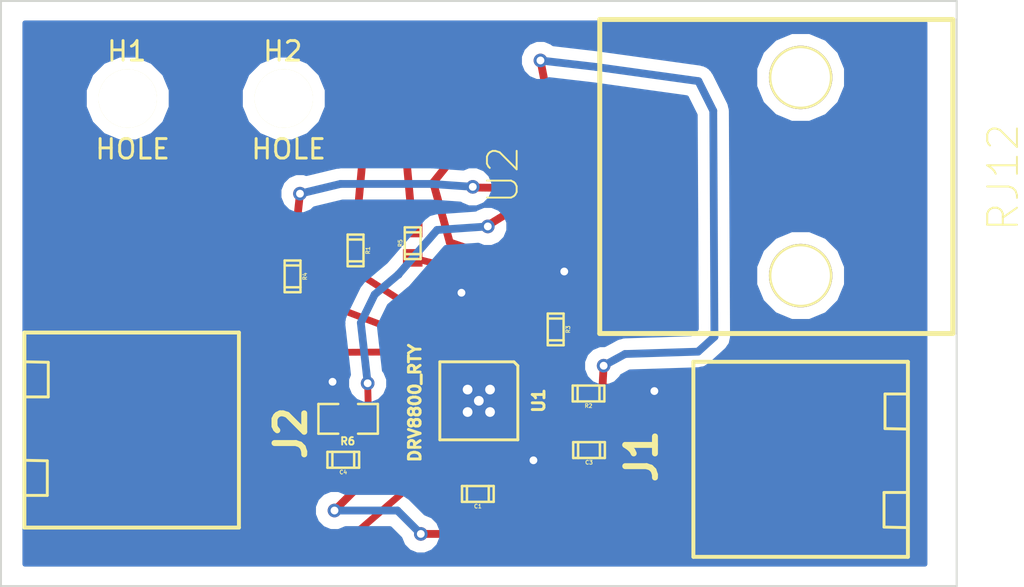
<source format=kicad_pcb>
(kicad_pcb (version 3) (host pcbnew "(2013-08-24 BZR 4298)-stable")

  (general
    (links 32)
    (no_connects 0)
    (area 110.58676 80.949999 165.90153 114.9108)
    (thickness 1.6)
    (drawings 5)
    (tracks 130)
    (zones 0)
    (modules 15)
    (nets 18)
  )

  (page A)
  (layers
    (15 F.Cu signal)
    (0 B.Cu signal)
    (16 B.Adhes user)
    (17 F.Adhes user)
    (18 B.Paste user)
    (19 F.Paste user)
    (20 B.SilkS user)
    (21 F.SilkS user)
    (22 B.Mask user)
    (23 F.Mask user)
    (24 Dwgs.User user)
    (25 Cmts.User user)
    (26 Eco1.User user)
    (27 Eco2.User user)
    (28 Edge.Cuts user)
  )

  (setup
    (last_trace_width 0.25)
    (user_trace_width 0.2)
    (user_trace_width 0.25)
    (user_trace_width 0.3)
    (user_trace_width 0.35)
    (user_trace_width 0.4)
    (user_trace_width 0.5)
    (user_trace_width 0.6)
    (user_trace_width 0.7)
    (user_trace_width 0.8)
    (user_trace_width 0.9)
    (user_trace_width 1)
    (user_trace_width 2)
    (trace_clearance 0.2)
    (zone_clearance 0.6)
    (zone_45_only no)
    (trace_min 0.1)
    (segment_width 0.2)
    (edge_width 0.1)
    (via_size 0.7)
    (via_drill 0.4)
    (via_min_size 0.7)
    (via_min_drill 0.4)
    (uvia_size 0.4)
    (uvia_drill 0.127)
    (uvias_allowed no)
    (uvia_min_size 0.4)
    (uvia_min_drill 0.127)
    (pcb_text_width 0.3)
    (pcb_text_size 1.5 1.5)
    (mod_edge_width 0.15)
    (mod_text_size 1 1)
    (mod_text_width 0.15)
    (pad_size 2.3 5.6)
    (pad_drill 0)
    (pad_to_mask_clearance 0)
    (aux_axis_origin 0 0)
    (visible_elements 7FFFFFFF)
    (pcbplotparams
      (layerselection 271613953)
      (usegerberextensions false)
      (excludeedgelayer true)
      (linewidth 0.150000)
      (plotframeref false)
      (viasonmask false)
      (mode 1)
      (useauxorigin false)
      (hpglpennumber 1)
      (hpglpenspeed 20)
      (hpglpendiameter 15)
      (hpglpenoverlay 2)
      (psnegative false)
      (psa4output false)
      (plotreference true)
      (plotvalue true)
      (plotothertext true)
      (plotinvisibletext false)
      (padsonsilk false)
      (subtractmaskfromsilk false)
      (outputformat 2)
      (mirror false)
      (drillshape 0)
      (scaleselection 1)
      (outputdirectory ""))
  )

  (net 0 "")
  (net 1 CS)
  (net 2 GND)
  (net 3 MODE)
  (net 4 Motor1OutA)
  (net 5 Motor1OutB)
  (net 6 N-0000014)
  (net 7 N-0000015)
  (net 8 N-0000019)
  (net 9 N-000002)
  (net 10 N-000003)
  (net 11 N-000006)
  (net 12 N-000007)
  (net 13 N-000009)
  (net 14 PHASE)
  (net 15 PWM)
  (net 16 VDD)
  (net 17 Vin)

  (net_class Default "This is the default net class."
    (clearance 0.2)
    (trace_width 0.25)
    (via_dia 0.7)
    (via_drill 0.4)
    (uvia_dia 0.4)
    (uvia_drill 0.127)
    (add_net "")
    (add_net CS)
    (add_net GND)
    (add_net MODE)
    (add_net Motor1OutA)
    (add_net Motor1OutB)
    (add_net N-0000014)
    (add_net N-0000015)
    (add_net N-0000019)
    (add_net N-000002)
    (add_net N-000003)
    (add_net N-000006)
    (add_net N-000007)
    (add_net N-000009)
    (add_net PHASE)
    (add_net PWM)
    (add_net VDD)
    (add_net Vin)
  )

  (module TED_SM0603 (layer F.Cu) (tedit 527731CB) (tstamp 537EB075)
    (at 141.94 97.84 270)
    (descr "SMT capacitor, 0603")
    (path /5260A766)
    (fp_text reference R3 (at 0 -0.635 270) (layer F.SilkS)
      (effects (font (size 0.20066 0.20066) (thickness 0.04064)))
    )
    (fp_text value 1k (at 0 0.635 270) (layer F.SilkS) hide
      (effects (font (size 0.20066 0.20066) (thickness 0.04064)))
    )
    (fp_line (start 0.5588 0.4064) (end 0.5588 -0.4064) (layer F.SilkS) (width 0.127))
    (fp_line (start -0.5588 -0.381) (end -0.5588 0.4064) (layer F.SilkS) (width 0.127))
    (fp_line (start -0.8128 -0.4064) (end 0.8128 -0.4064) (layer F.SilkS) (width 0.127))
    (fp_line (start 0.8128 -0.4064) (end 0.8128 0.4064) (layer F.SilkS) (width 0.127))
    (fp_line (start 0.8128 0.4064) (end -0.8128 0.4064) (layer F.SilkS) (width 0.127))
    (fp_line (start -0.8128 0.4064) (end -0.8128 -0.4064) (layer F.SilkS) (width 0.127))
    (pad 2 smd rect (at 0.75184 0 270) (size 0.89916 1.00076)
      (layers F.Cu F.Paste F.Mask)
      (net 3 MODE)
      (clearance 0.1)
    )
    (pad 1 smd rect (at -0.75184 0 270) (size 0.89916 1.00076)
      (layers F.Cu F.Paste F.Mask)
      (net 8 N-0000019)
      (clearance 0.1)
    )
    (model smd/capacitors/c_0603.wrl
      (at (xyz 0 0 0))
      (scale (xyz 1 1 1))
      (rotate (xyz 0 0 0))
    )
  )

  (module TED_SM0603 (layer F.Cu) (tedit 527731CB) (tstamp 537EB081)
    (at 134.61 93.42 90)
    (descr "SMT capacitor, 0603")
    (path /5260A77F)
    (fp_text reference R5 (at 0 -0.635 90) (layer F.SilkS)
      (effects (font (size 0.20066 0.20066) (thickness 0.04064)))
    )
    (fp_text value 1k (at 0 0.635 90) (layer F.SilkS) hide
      (effects (font (size 0.20066 0.20066) (thickness 0.04064)))
    )
    (fp_line (start 0.5588 0.4064) (end 0.5588 -0.4064) (layer F.SilkS) (width 0.127))
    (fp_line (start -0.5588 -0.381) (end -0.5588 0.4064) (layer F.SilkS) (width 0.127))
    (fp_line (start -0.8128 -0.4064) (end 0.8128 -0.4064) (layer F.SilkS) (width 0.127))
    (fp_line (start 0.8128 -0.4064) (end 0.8128 0.4064) (layer F.SilkS) (width 0.127))
    (fp_line (start 0.8128 0.4064) (end -0.8128 0.4064) (layer F.SilkS) (width 0.127))
    (fp_line (start -0.8128 0.4064) (end -0.8128 -0.4064) (layer F.SilkS) (width 0.127))
    (pad 2 smd rect (at 0.75184 0 90) (size 0.89916 1.00076)
      (layers F.Cu F.Paste F.Mask)
      (net 6 N-0000014)
      (clearance 0.1)
    )
    (pad 1 smd rect (at -0.75184 0 90) (size 0.89916 1.00076)
      (layers F.Cu F.Paste F.Mask)
      (net 14 PHASE)
      (clearance 0.1)
    )
    (model smd/capacitors/c_0603.wrl
      (at (xyz 0 0 0))
      (scale (xyz 1 1 1))
      (rotate (xyz 0 0 0))
    )
  )

  (module TED_SM0603 (layer F.Cu) (tedit 527731CB) (tstamp 537EB08D)
    (at 128.45 95.12 270)
    (descr "SMT capacitor, 0603")
    (path /5260A785)
    (fp_text reference R4 (at 0 -0.635 270) (layer F.SilkS)
      (effects (font (size 0.20066 0.20066) (thickness 0.04064)))
    )
    (fp_text value 1k (at 0 0.635 270) (layer F.SilkS) hide
      (effects (font (size 0.20066 0.20066) (thickness 0.04064)))
    )
    (fp_line (start 0.5588 0.4064) (end 0.5588 -0.4064) (layer F.SilkS) (width 0.127))
    (fp_line (start -0.5588 -0.381) (end -0.5588 0.4064) (layer F.SilkS) (width 0.127))
    (fp_line (start -0.8128 -0.4064) (end 0.8128 -0.4064) (layer F.SilkS) (width 0.127))
    (fp_line (start 0.8128 -0.4064) (end 0.8128 0.4064) (layer F.SilkS) (width 0.127))
    (fp_line (start 0.8128 0.4064) (end -0.8128 0.4064) (layer F.SilkS) (width 0.127))
    (fp_line (start -0.8128 0.4064) (end -0.8128 -0.4064) (layer F.SilkS) (width 0.127))
    (pad 2 smd rect (at 0.75184 0 270) (size 0.89916 1.00076)
      (layers F.Cu F.Paste F.Mask)
      (net 15 PWM)
      (clearance 0.1)
    )
    (pad 1 smd rect (at -0.75184 0 270) (size 0.89916 1.00076)
      (layers F.Cu F.Paste F.Mask)
      (net 7 N-0000015)
      (clearance 0.1)
    )
    (model smd/capacitors/c_0603.wrl
      (at (xyz 0 0 0))
      (scale (xyz 1 1 1))
      (rotate (xyz 0 0 0))
    )
  )

  (module TED_SM0603 (layer F.Cu) (tedit 527731CB) (tstamp 537EB099)
    (at 137.95 106.275 180)
    (descr "SMT capacitor, 0603")
    (path /532CD1F4)
    (fp_text reference C1 (at 0 -0.635 180) (layer F.SilkS)
      (effects (font (size 0.20066 0.20066) (thickness 0.04064)))
    )
    (fp_text value ".1uF (50v)" (at 0 0.635 180) (layer F.SilkS) hide
      (effects (font (size 0.20066 0.20066) (thickness 0.04064)))
    )
    (fp_line (start 0.5588 0.4064) (end 0.5588 -0.4064) (layer F.SilkS) (width 0.127))
    (fp_line (start -0.5588 -0.381) (end -0.5588 0.4064) (layer F.SilkS) (width 0.127))
    (fp_line (start -0.8128 -0.4064) (end 0.8128 -0.4064) (layer F.SilkS) (width 0.127))
    (fp_line (start 0.8128 -0.4064) (end 0.8128 0.4064) (layer F.SilkS) (width 0.127))
    (fp_line (start 0.8128 0.4064) (end -0.8128 0.4064) (layer F.SilkS) (width 0.127))
    (fp_line (start -0.8128 0.4064) (end -0.8128 -0.4064) (layer F.SilkS) (width 0.127))
    (pad 2 smd rect (at 0.75184 0 180) (size 0.89916 1.00076)
      (layers F.Cu F.Paste F.Mask)
      (net 10 N-000003)
      (clearance 0.1)
    )
    (pad 1 smd rect (at -0.75184 0 180) (size 0.89916 1.00076)
      (layers F.Cu F.Paste F.Mask)
      (net 9 N-000002)
      (clearance 0.1)
    )
    (model smd/capacitors/c_0603.wrl
      (at (xyz 0 0 0))
      (scale (xyz 1 1 1))
      (rotate (xyz 0 0 0))
    )
  )

  (module TED_SM0603 (layer F.Cu) (tedit 527731CB) (tstamp 537EB0B1)
    (at 131.68 93.79 270)
    (descr "SMT capacitor, 0603")
    (path /532CD08D)
    (fp_text reference R1 (at 0 -0.635 270) (layer F.SilkS)
      (effects (font (size 0.20066 0.20066) (thickness 0.04064)))
    )
    (fp_text value 3.3k (at 0 0.635 270) (layer F.SilkS) hide
      (effects (font (size 0.20066 0.20066) (thickness 0.04064)))
    )
    (fp_line (start 0.5588 0.4064) (end 0.5588 -0.4064) (layer F.SilkS) (width 0.127))
    (fp_line (start -0.5588 -0.381) (end -0.5588 0.4064) (layer F.SilkS) (width 0.127))
    (fp_line (start -0.8128 -0.4064) (end 0.8128 -0.4064) (layer F.SilkS) (width 0.127))
    (fp_line (start 0.8128 -0.4064) (end 0.8128 0.4064) (layer F.SilkS) (width 0.127))
    (fp_line (start 0.8128 0.4064) (end -0.8128 0.4064) (layer F.SilkS) (width 0.127))
    (fp_line (start -0.8128 0.4064) (end -0.8128 -0.4064) (layer F.SilkS) (width 0.127))
    (pad 2 smd rect (at 0.75184 0 270) (size 0.89916 1.00076)
      (layers F.Cu F.Paste F.Mask)
      (net 13 N-000009)
      (clearance 0.1)
    )
    (pad 1 smd rect (at -0.75184 0 270) (size 0.89916 1.00076)
      (layers F.Cu F.Paste F.Mask)
      (net 16 VDD)
      (clearance 0.1)
    )
    (model smd/capacitors/c_0603.wrl
      (at (xyz 0 0 0))
      (scale (xyz 1 1 1))
      (rotate (xyz 0 0 0))
    )
  )

  (module TED_SM0603 (layer F.Cu) (tedit 527731CB) (tstamp 537EB0BD)
    (at 143.625 101.125 180)
    (descr "SMT capacitor, 0603")
    (path /532CCFD5)
    (fp_text reference R2 (at 0 -0.635 180) (layer F.SilkS)
      (effects (font (size 0.20066 0.20066) (thickness 0.04064)))
    )
    (fp_text value 3.3k (at 0 0.635 180) (layer F.SilkS) hide
      (effects (font (size 0.20066 0.20066) (thickness 0.04064)))
    )
    (fp_line (start 0.5588 0.4064) (end 0.5588 -0.4064) (layer F.SilkS) (width 0.127))
    (fp_line (start -0.5588 -0.381) (end -0.5588 0.4064) (layer F.SilkS) (width 0.127))
    (fp_line (start -0.8128 -0.4064) (end 0.8128 -0.4064) (layer F.SilkS) (width 0.127))
    (fp_line (start 0.8128 -0.4064) (end 0.8128 0.4064) (layer F.SilkS) (width 0.127))
    (fp_line (start 0.8128 0.4064) (end -0.8128 0.4064) (layer F.SilkS) (width 0.127))
    (fp_line (start -0.8128 0.4064) (end -0.8128 -0.4064) (layer F.SilkS) (width 0.127))
    (pad 2 smd rect (at 0.75184 0 180) (size 0.89916 1.00076)
      (layers F.Cu F.Paste F.Mask)
      (net 12 N-000007)
      (clearance 0.1)
    )
    (pad 1 smd rect (at -0.75184 0 180) (size 0.89916 1.00076)
      (layers F.Cu F.Paste F.Mask)
      (net 16 VDD)
      (clearance 0.1)
    )
    (model smd/capacitors/c_0603.wrl
      (at (xyz 0 0 0))
      (scale (xyz 1 1 1))
      (rotate (xyz 0 0 0))
    )
  )

  (module TED_SM0603 (layer F.Cu) (tedit 527731CB) (tstamp 537EB0C9)
    (at 143.65 104.025 180)
    (descr "SMT capacitor, 0603")
    (path /532CCF4F)
    (fp_text reference C3 (at 0 -0.635 180) (layer F.SilkS)
      (effects (font (size 0.20066 0.20066) (thickness 0.04064)))
    )
    (fp_text value ".1uF (50v)" (at 0 0.635 180) (layer F.SilkS) hide
      (effects (font (size 0.20066 0.20066) (thickness 0.04064)))
    )
    (fp_line (start 0.5588 0.4064) (end 0.5588 -0.4064) (layer F.SilkS) (width 0.127))
    (fp_line (start -0.5588 -0.381) (end -0.5588 0.4064) (layer F.SilkS) (width 0.127))
    (fp_line (start -0.8128 -0.4064) (end 0.8128 -0.4064) (layer F.SilkS) (width 0.127))
    (fp_line (start 0.8128 -0.4064) (end 0.8128 0.4064) (layer F.SilkS) (width 0.127))
    (fp_line (start 0.8128 0.4064) (end -0.8128 0.4064) (layer F.SilkS) (width 0.127))
    (fp_line (start -0.8128 0.4064) (end -0.8128 -0.4064) (layer F.SilkS) (width 0.127))
    (pad 2 smd rect (at 0.75184 0 180) (size 0.89916 1.00076)
      (layers F.Cu F.Paste F.Mask)
      (net 11 N-000006)
      (clearance 0.1)
    )
    (pad 1 smd rect (at -0.75184 0 180) (size 0.89916 1.00076)
      (layers F.Cu F.Paste F.Mask)
      (net 17 Vin)
      (clearance 0.1)
    )
    (model smd/capacitors/c_0603.wrl
      (at (xyz 0 0 0))
      (scale (xyz 1 1 1))
      (rotate (xyz 0 0 0))
    )
  )

  (module TED_SM0603 (layer F.Cu) (tedit 527731CB) (tstamp 537EB0D5)
    (at 131.05 104.525 180)
    (descr "SMT capacitor, 0603")
    (path /532CCE8D)
    (fp_text reference C4 (at 0 -0.635 180) (layer F.SilkS)
      (effects (font (size 0.20066 0.20066) (thickness 0.04064)))
    )
    (fp_text value ".1uF (50v)" (at 0 0.635 180) (layer F.SilkS) hide
      (effects (font (size 0.20066 0.20066) (thickness 0.04064)))
    )
    (fp_line (start 0.5588 0.4064) (end 0.5588 -0.4064) (layer F.SilkS) (width 0.127))
    (fp_line (start -0.5588 -0.381) (end -0.5588 0.4064) (layer F.SilkS) (width 0.127))
    (fp_line (start -0.8128 -0.4064) (end 0.8128 -0.4064) (layer F.SilkS) (width 0.127))
    (fp_line (start 0.8128 -0.4064) (end 0.8128 0.4064) (layer F.SilkS) (width 0.127))
    (fp_line (start 0.8128 0.4064) (end -0.8128 0.4064) (layer F.SilkS) (width 0.127))
    (fp_line (start -0.8128 0.4064) (end -0.8128 -0.4064) (layer F.SilkS) (width 0.127))
    (pad 2 smd rect (at 0.75184 0 180) (size 0.89916 1.00076)
      (layers F.Cu F.Paste F.Mask)
      (net 2 GND)
      (clearance 0.1)
    )
    (pad 1 smd rect (at -0.75184 0 180) (size 0.89916 1.00076)
      (layers F.Cu F.Paste F.Mask)
      (net 17 Vin)
      (clearance 0.1)
    )
    (model smd/capacitors/c_0603.wrl
      (at (xyz 0 0 0))
      (scale (xyz 1 1 1))
      (rotate (xyz 0 0 0))
    )
  )

  (module TED_QFN16+1 (layer F.Cu) (tedit 532CC866) (tstamp 537EB0F5)
    (at 138 101.5 270)
    (path /53880556)
    (solder_mask_margin 0.1)
    (solder_paste_margin -0.1)
    (solder_paste_ratio -0.2)
    (clearance 0.1)
    (fp_text reference U1 (at -0.01 -3.07 270) (layer F.SilkS)
      (effects (font (size 0.6 0.6) (thickness 0.15)))
    )
    (fp_text value DRV8800_RTY (at 0.11 3.28 270) (layer F.SilkS)
      (effects (font (size 0.6 0.6) (thickness 0.15)))
    )
    (fp_line (start -1.8 -2) (end 2 -2) (layer F.SilkS) (width 0.14986))
    (fp_line (start -2 -1.8) (end -2 2) (layer F.SilkS) (width 0.14986))
    (fp_line (start -1.8 -2) (end -2 -1.8) (layer F.SilkS) (width 0.14986))
    (fp_line (start 2 2) (end -2 2) (layer F.SilkS) (width 0.14986))
    (fp_line (start 2 -2) (end 2 2) (layer F.SilkS) (width 0.14986))
    (pad 17 smd rect (at 0 0 180) (size 2.1 2.1)
      (layers F.Cu F.Paste)
      (net 2 GND)
      (zone_connect 2)
    )
    (pad 1 smd rect (at -1.9 -0.975 270) (size 1 0.35)
      (layers F.Cu F.Paste F.Mask)
      (net 14 PHASE)
    )
    (pad 2 smd rect (at -1.9 -0.325 270) (size 1 0.35)
      (layers F.Cu F.Paste F.Mask)
      (net 2 GND)
    )
    (pad 3 smd rect (at -1.9 0.325 270) (size 1 0.35)
      (layers F.Cu F.Paste F.Mask)
      (net 13 N-000009)
    )
    (pad 4 smd rect (at -1.9 0.975 270) (size 1 0.35)
      (layers F.Cu F.Paste F.Mask)
      (net 15 PWM)
    )
    (pad 5 smd rect (at -0.975 1.9 180) (size 1 0.35)
      (layers F.Cu F.Paste F.Mask)
    )
    (pad 6 smd rect (at -0.325 1.9 180) (size 1 0.35)
      (layers F.Cu F.Paste F.Mask)
      (net 4 Motor1OutA)
    )
    (pad 7 smd rect (at 0.325 1.9 180) (size 1 0.35)
      (layers F.Cu F.Paste F.Mask)
      (net 1 CS)
    )
    (pad 8 smd rect (at 0.975 1.9 180) (size 1 0.35)
      (layers F.Cu F.Paste F.Mask)
      (net 17 Vin)
    )
    (pad 9 smd rect (at 1.9 0.975 270) (size 1 0.35)
      (layers F.Cu F.Paste F.Mask)
      (net 5 Motor1OutB)
    )
    (pad 10 smd rect (at 1.9 0.325 270) (size 1 0.35)
      (layers F.Cu F.Paste F.Mask)
      (net 10 N-000003)
    )
    (pad 11 smd rect (at 1.9 -0.325 270) (size 1 0.35)
      (layers F.Cu F.Paste F.Mask)
      (net 9 N-000002)
    )
    (pad 12 smd rect (at 1.9 -0.975 270) (size 1 0.35)
      (layers F.Cu F.Paste F.Mask)
      (net 2 GND)
    )
    (pad 13 smd rect (at 0.975 -1.9 180) (size 1 0.35)
      (layers F.Cu F.Paste F.Mask)
      (net 11 N-000006)
    )
    (pad 14 smd rect (at 0.325 -1.9 180) (size 1 0.35)
      (layers F.Cu F.Paste F.Mask)
    )
    (pad 15 smd rect (at -0.325 -1.9 180) (size 1 0.35)
      (layers F.Cu F.Paste F.Mask)
      (net 12 N-000007)
    )
    (pad 16 smd rect (at -0.975 -1.9 180) (size 1 0.35)
      (layers F.Cu F.Paste F.Mask)
      (net 3 MODE)
    )
    (pad 17 thru_hole circle (at 0 0 180) (size 0.5 0.5) (drill 0.5)
      (layers *.Cu)
      (net 2 GND)
      (zone_connect 2)
    )
    (pad 17 thru_hole circle (at 0.575 -0.575 180) (size 0.5 0.5) (drill 0.5)
      (layers *.Cu)
      (net 2 GND)
      (zone_connect 2)
    )
    (pad 17 thru_hole circle (at -0.575 -0.575 180) (size 0.5 0.5) (drill 0.5)
      (layers *.Cu)
      (net 2 GND)
      (zone_connect 2)
    )
    (pad 17 thru_hole circle (at 0.575 0.575 180) (size 0.5 0.5) (drill 0.5)
      (layers *.Cu)
      (net 2 GND)
      (zone_connect 2)
    )
    (pad 17 thru_hole circle (at -0.575 0.575 180) (size 0.5 0.5) (drill 0.5)
      (layers *.Cu)
      (net 2 GND)
      (zone_connect 2)
    )
    (pad 17 smd rect (at 0 0 180) (size 2.1 2.1)
      (layers B.Cu B.Paste)
      (net 2 GND)
      (zone_connect 2)
    )
    (model smd/qfn24.wrl
      (at (xyz 0 0 0))
      (scale (xyz 1 1 1))
      (rotate (xyz 0 0 0))
    )
  )

  (module TED_Hole_3mm (layer F.Cu) (tedit 52802437) (tstamp 537EB109)
    (at 120 86)
    (path /52D61D03)
    (fp_text reference H1 (at -0.05 -2.425) (layer F.SilkS)
      (effects (font (size 1 1) (thickness 0.15)))
    )
    (fp_text value HOLE (at 0.25 2.6) (layer F.SilkS)
      (effects (font (size 1 1) (thickness 0.15)))
    )
    (pad "" np_thru_hole circle (at 0 0) (size 3 3) (drill 3)
      (layers *.Cu *.Mask F.SilkS)
    )
  )

  (module TED_Hole_3mm (layer F.Cu) (tedit 52802437) (tstamp 537E7DDE)
    (at 128 86)
    (path /52D61D21)
    (fp_text reference H2 (at -0.05 -2.425) (layer F.SilkS)
      (effects (font (size 1 1) (thickness 0.15)))
    )
    (fp_text value HOLE (at 0.25 2.6) (layer F.SilkS)
      (effects (font (size 1 1) (thickness 0.15)))
    )
    (pad "" np_thru_hole circle (at 0 0) (size 3 3) (drill 3)
      (layers *.Cu *.Mask F.SilkS)
    )
  )

  (module TED_RJ12_955016669 (layer F.Cu) (tedit 538101BC) (tstamp 537E7C4C)
    (at 154.5 90 90)
    (path /537E7BB7)
    (fp_text reference U2 (at 0.08 -15.26 90) (layer F.SilkS)
      (effects (font (thickness 0.09906)))
    )
    (fp_text value RJ12 (at -0.04 10.39 90) (layer F.SilkS)
      (effects (font (thickness 0.09906)))
    )
    (fp_line (start -8.05 -10.3) (end 8.05 -10.3) (layer F.SilkS) (width 0.254))
    (fp_line (start 8.05 -10.3) (end 8.05 7.8) (layer F.SilkS) (width 0.254))
    (fp_line (start 8.05 7.8) (end -8.05 7.8) (layer F.SilkS) (width 0.254))
    (fp_line (start -8.05 7.8) (end -8.05 -10.3) (layer F.SilkS) (width 0.254))
    (pad 1 smd rect (at -3.175 -10.225 90) (size 0.76 6.35)
      (layers F.Cu F.Paste F.Mask)
      (net 2 GND)
      (clearance 0.2)
    )
    (pad 3 smd rect (at -0.635 -10.225 90) (size 0.76 6.35)
      (layers F.Cu F.Paste F.Mask)
      (net 7 N-0000015)
      (clearance 0.2)
    )
    (pad 5 smd rect (at 1.905 -10.225 90) (size 0.76 6.35)
      (layers F.Cu F.Paste F.Mask)
      (net 6 N-0000014)
      (clearance 0.2)
    )
    (pad 4 smd rect (at 0.635 -10.225 90) (size 0.76 6.35)
      (layers F.Cu F.Paste F.Mask)
      (net 8 N-0000019)
      (clearance 0.2)
    )
    (pad 6 smd rect (at 3.175 -10.225 90) (size 0.76 6.35)
      (layers F.Cu F.Paste F.Mask)
      (net 16 VDD)
      (clearance 0.2)
    )
    (pad "" np_thru_hole circle (at 5.08 0 90) (size 3.25 3.25) (drill 3)
      (layers *.Cu *.Mask F.SilkS)
      (clearance 0.3)
    )
    (pad "" np_thru_hole circle (at -5.08 0 90) (size 3.25 3.25) (drill 3)
      (layers *.Cu *.Mask F.SilkS)
      (clearance 0.3)
    )
    (pad 2 smd rect (at -1.905 -10.225 90) (size 0.76 6.35)
      (layers F.Cu F.Paste F.Mask)
      (net 1 CS)
      (clearance 0.2)
    )
  )

  (module TED_SM0805 (layer F.Cu) (tedit 522E5F71) (tstamp 538A06E0)
    (at 131.3 102.425 180)
    (path /532CD0D4)
    (attr smd)
    (fp_text reference R6 (at 0.0254 -1.14808 180) (layer F.SilkS)
      (effects (font (size 0.381 0.381) (thickness 0.09398)))
    )
    (fp_text value 10m (at 0.10668 1.19888 180) (layer F.SilkS) hide
      (effects (font (size 0.381 0.381) (thickness 0.09398)))
    )
    (fp_line (start -0.508 0.762) (end -1.524 0.762) (layer F.SilkS) (width 0.127))
    (fp_line (start -1.524 0.762) (end -1.524 -0.762) (layer F.SilkS) (width 0.127))
    (fp_line (start -1.524 -0.762) (end -0.508 -0.762) (layer F.SilkS) (width 0.127))
    (fp_line (start 0.508 -0.762) (end 1.524 -0.762) (layer F.SilkS) (width 0.127))
    (fp_line (start 1.524 -0.762) (end 1.524 0.762) (layer F.SilkS) (width 0.127))
    (fp_line (start 1.524 0.762) (end 0.508 0.762) (layer F.SilkS) (width 0.127))
    (pad 1 smd rect (at -0.9525 0 180) (size 0.889 1.397)
      (layers F.Cu F.Paste F.Mask)
      (net 1 CS)
    )
    (pad 2 smd rect (at 0.9525 0 180) (size 0.889 1.397)
      (layers F.Cu F.Paste F.Mask)
      (net 2 GND)
    )
    (model smd/chip_cms.wrl
      (at (xyz 0 0 0))
      (scale (xyz 0.1 0.1 0.1))
      (rotate (xyz 0 0 0))
    )
  )

  (module TED_Terminal_1814634 (layer F.Cu) (tedit 5390DC53) (tstamp 5390EDF6)
    (at 154.5 104.5 90)
    (path /5390E0D8)
    (fp_text reference J1 (at 0.15748 -8.15848 90) (layer F.SilkS)
      (effects (font (thickness 0.3048)))
    )
    (fp_text value TERMINAL_2X1 (at 0.1016 8.49884 90) (layer F.SilkS) hide
      (effects (font (thickness 0.3048)))
    )
    (fp_line (start 3.35 4.325) (end 3.35 5.475) (layer F.SilkS) (width 0.15))
    (fp_line (start 1.575 4.325) (end 3.35 4.325) (layer F.SilkS) (width 0.15))
    (fp_line (start 1.55 5.5) (end 1.575 4.325) (layer F.SilkS) (width 0.15))
    (fp_line (start -3.5 5.45) (end -3.475 4.275) (layer F.SilkS) (width 0.15))
    (fp_line (start -3.475 4.275) (end -1.7 4.275) (layer F.SilkS) (width 0.15))
    (fp_line (start -1.7 4.275) (end -1.7 5.425) (layer F.SilkS) (width 0.15))
    (fp_line (start -5 -5.5) (end 5 -5.5) (layer F.SilkS) (width 0.20066))
    (fp_line (start 5 -5.5) (end 5 5.5) (layer F.SilkS) (width 0.20066))
    (fp_line (start 5 5.5) (end -5 5.5) (layer F.SilkS) (width 0.20066))
    (fp_line (start -5 5.5) (end -5 -5.5) (layer F.SilkS) (width 0.20066))
    (pad PAD smd rect (at 3.85 0.8 90) (size 2.3 5.6)
      (layers F.Cu F.Paste F.Mask)
    )
    (pad 1 smd rect (at -1.25 -5.8 90) (size 1.4 3.4)
      (layers F.Cu F.Paste F.Mask)
      (net 17 Vin)
    )
    (pad 2 smd rect (at 1.25 -5.8 90) (size 1.4 3.4)
      (layers F.Cu F.Paste F.Mask)
      (net 2 GND)
    )
    (pad PAD smd rect (at -3.85 0.8 90) (size 2.3 5.6)
      (layers F.Cu F.Paste F.Mask)
    )
  )

  (module TED_Terminal_1814634 (layer F.Cu) (tedit 5390DC53) (tstamp 5390EDF7)
    (at 120.2 103 270)
    (path /5390E0F4)
    (fp_text reference J2 (at 0.15748 -8.15848 270) (layer F.SilkS)
      (effects (font (thickness 0.3048)))
    )
    (fp_text value TERMINAL_2X1 (at 0.1016 8.49884 270) (layer F.SilkS) hide
      (effects (font (thickness 0.3048)))
    )
    (fp_line (start 3.35 4.325) (end 3.35 5.475) (layer F.SilkS) (width 0.15))
    (fp_line (start 1.575 4.325) (end 3.35 4.325) (layer F.SilkS) (width 0.15))
    (fp_line (start 1.55 5.5) (end 1.575 4.325) (layer F.SilkS) (width 0.15))
    (fp_line (start -3.5 5.45) (end -3.475 4.275) (layer F.SilkS) (width 0.15))
    (fp_line (start -3.475 4.275) (end -1.7 4.275) (layer F.SilkS) (width 0.15))
    (fp_line (start -1.7 4.275) (end -1.7 5.425) (layer F.SilkS) (width 0.15))
    (fp_line (start -5 -5.5) (end 5 -5.5) (layer F.SilkS) (width 0.20066))
    (fp_line (start 5 -5.5) (end 5 5.5) (layer F.SilkS) (width 0.20066))
    (fp_line (start 5 5.5) (end -5 5.5) (layer F.SilkS) (width 0.20066))
    (fp_line (start -5 5.5) (end -5 -5.5) (layer F.SilkS) (width 0.20066))
    (pad PAD smd rect (at 3.85 0.8 270) (size 2.3 5.6)
      (layers F.Cu F.Paste F.Mask)
    )
    (pad 1 smd rect (at -1.25 -5.8 270) (size 1.4 3.4)
      (layers F.Cu F.Paste F.Mask)
      (net 4 Motor1OutA)
    )
    (pad 2 smd rect (at 1.25 -5.8 270) (size 1.4 3.4)
      (layers F.Cu F.Paste F.Mask)
      (net 5 Motor1OutB)
    )
    (pad PAD smd rect (at -3.85 0.8 270) (size 2.3 5.6)
      (layers F.Cu F.Paste F.Mask)
    )
  )

  (gr_text MOTOR (at 119.5 95.7) (layer F.Cu)
    (effects (font (size 1.5 1.5) (thickness 0.3)))
  )
  (gr_line (start 113.5 111) (end 113.5 81) (angle 90) (layer Edge.Cuts) (width 0.1))
  (gr_line (start 162.5 111) (end 113.5 111) (angle 90) (layer Edge.Cuts) (width 0.1))
  (gr_line (start 162.5 81) (end 162.5 111) (angle 90) (layer Edge.Cuts) (width 0.1))
  (gr_line (start 113.5 81) (end 162.5 81) (angle 90) (layer Edge.Cuts) (width 0.1))

  (segment (start 144.275 91.905) (end 139.37 91.944366) (width 0.4) (layer F.Cu) (net 1))
  (segment (start 139.37 91.944366) (end 138.605 92.415) (width 0.4) (layer F.Cu) (net 1) (tstamp 5390F09A))
  (segment (start 133.88 95.02) (end 133.88 95.020002) (width 0.4) (layer B.Cu) (net 1) (tstamp 5390F040))
  (segment (start 135.86 92.74) (end 133.88 95.02) (width 0.4) (layer B.Cu) (net 1) (tstamp 5390F03E))
  (segment (start 138.46 92.56) (end 135.86 92.74) (width 0.4) (layer B.Cu) (net 1) (tstamp 5390F03D))
  (via (at 138.46 92.56) (size 0.7) (layers F.Cu B.Cu) (net 1))
  (segment (start 138.605 92.415) (end 138.46 92.56) (width 0.4) (layer F.Cu) (net 1) (tstamp 5390F03B))
  (segment (start 133.882576 95.01002) (end 133.88 95.020002) (width 0.4) (layer B.Cu) (net 1))
  (segment (start 133.88 95.020002) (end 132.66 96.05) (width 0.4) (layer B.Cu) (net 1) (tstamp 5390F041))
  (segment (start 132.3 100.6) (end 132.35 102.5) (width 0.35) (layer F.Cu) (net 1) (tstamp 5388080C) (status 20))
  (segment (start 136.1 101.825) (end 134.7 101.834272) (width 0.35) (layer F.Cu) (net 1) (status 20))
  (segment (start 134.7 101.834272) (end 132.35 102.5) (width 0.35) (layer F.Cu) (net 1) (tstamp 538A0716) (status 20))
  (segment (start 132.3 100.6) (end 132.3 100.6) (width 0.4) (layer F.Cu) (net 1) (tstamp 5388080B))
  (via (at 132.3 100.6) (size 0.7) (layers F.Cu B.Cu) (net 1))
  (segment (start 131.95 97.5) (end 132.3 100.6) (width 0.4) (layer B.Cu) (net 1) (tstamp 53880808))
  (segment (start 132.66 96.05) (end 131.95 97.5) (width 0.4) (layer B.Cu) (net 1) (tstamp 53880807))
  (segment (start 133.882576 95.01002) (end 133.881603 95.033956) (width 0.4) (layer B.Cu) (net 1) (tstamp 53880805))
  (segment (start 138.975 103.4) (end 139.6 103.4) (width 0.35) (layer F.Cu) (net 2))
  (via (at 140.8 104.55) (size 0.7) (layers F.Cu B.Cu) (net 2))
  (segment (start 139.6 103.4) (end 140.8 104.55) (width 0.35) (layer F.Cu) (net 2) (tstamp 5391017A))
  (segment (start 148.7 103.25) (end 148.7 102.7) (width 0.4) (layer F.Cu) (net 2))
  (via (at 147 101) (size 0.7) (layers F.Cu B.Cu) (net 2))
  (segment (start 148.7 102.7) (end 147 101) (width 0.4) (layer F.Cu) (net 2) (tstamp 5390F164))
  (segment (start 144.275 93.175) (end 141.105 93.175) (width 0.4) (layer F.Cu) (net 2))
  (segment (start 142.38 94.87) (end 142.34 94.91) (width 0.4) (layer B.Cu) (net 2) (tstamp 5390F04F))
  (via (at 142.38 94.87) (size 0.7) (layers F.Cu B.Cu) (net 2))
  (segment (start 141.12 93.61) (end 142.38 94.87) (width 0.4) (layer F.Cu) (net 2) (tstamp 5390F04D))
  (segment (start 141.12 93.19) (end 141.12 93.61) (width 0.4) (layer F.Cu) (net 2) (tstamp 5390F04C))
  (segment (start 141.105 93.175) (end 141.12 93.19) (width 0.4) (layer F.Cu) (net 2) (tstamp 5390F04B))
  (segment (start 138.325 99.6) (end 138.325 98.55) (width 0.35) (layer F.Cu) (net 2))
  (via (at 137.11 95.96) (size 0.7) (layers F.Cu B.Cu) (net 2))
  (segment (start 138.325 98.55) (end 139 97.5) (width 0.35) (layer F.Cu) (net 2) (tstamp 5388075D))
  (segment (start 139 97.5) (end 137.11 95.96) (width 0.35) (layer F.Cu) (net 2) (tstamp 5390EF31))
  (segment (start 130.5 102.475) (end 130.525 100.375) (width 0.4) (layer F.Cu) (net 2) (status 10))
  (via (at 130.5 100.525) (size 0.7) (layers F.Cu B.Cu) (net 2))
  (segment (start 130.525 100.375) (end 130.5 100.525) (width 0.4) (layer F.Cu) (net 2) (tstamp 53880717))
  (segment (start 130.29816 104.525) (end 130.34816 102.62684) (width 0.4) (layer F.Cu) (net 2) (status 20))
  (segment (start 130.34816 102.62684) (end 130.5 102.475) (width 0.4) (layer F.Cu) (net 2) (tstamp 53880710) (status 30))
  (segment (start 139.9 100.525) (end 141.25 100.525) (width 0.35) (layer F.Cu) (net 3))
  (segment (start 141.95 99.825) (end 141.94 98.59184) (width 0.35) (layer F.Cu) (net 3) (tstamp 538807C2) (status 20))
  (segment (start 141.25 100.525) (end 141.95 99.825) (width 0.35) (layer F.Cu) (net 3) (tstamp 538807C1))
  (segment (start 129.800118 99.020652) (end 128.204348 99.020652) (width 0.4) (layer F.Cu) (net 4))
  (segment (start 128.204348 99.020652) (end 127.5125 99.7125) (width 0.4) (layer F.Cu) (net 4) (tstamp 5390EEB5))
  (segment (start 127.5125 99.7125) (end 126 101.75) (width 0.4) (layer F.Cu) (net 4) (tstamp 5390EEB9) (status 20))
  (segment (start 136.1 101.175) (end 135.3 101.15) (width 0.35) (layer F.Cu) (net 4))
  (segment (start 135.3 101.15) (end 133.4 99) (width 0.35) (layer F.Cu) (net 4) (tstamp 5388063F))
  (segment (start 133.4 99) (end 129.800118 99.020652) (width 0.35) (layer F.Cu) (net 4) (tstamp 538807F2))
  (segment (start 129.800118 99.020652) (end 129.722109 99.0211) (width 0.4) (layer F.Cu) (net 4) (tstamp 5390EEB3))
  (segment (start 131.321855 108.59911) (end 128.59911 108.59911) (width 0.35) (layer F.Cu) (net 5))
  (segment (start 137.025 103.675) (end 131.321855 108.59911) (width 0.35) (layer F.Cu) (net 5) (tstamp 538806AB))
  (segment (start 137.025 103.4) (end 137.025 103.675) (width 0.35) (layer F.Cu) (net 5))
  (segment (start 126.7 104.8) (end 126 104.25) (width 0.35) (layer F.Cu) (net 5) (tstamp 5390EED1) (status 30))
  (segment (start 128.59911 108.59911) (end 126.7 104.8) (width 0.35) (layer F.Cu) (net 5) (tstamp 5390EECF) (status 20))
  (segment (start 137.025 103.4) (end 137.025 103.475) (width 0.4) (layer F.Cu) (net 5))
  (segment (start 134.31 89.35) (end 135.69 87.93) (width 0.4) (layer F.Cu) (net 6))
  (segment (start 144.275 88.095) (end 137.635 88.095) (width 0.4) (layer F.Cu) (net 6) (tstamp 5390EF9E))
  (segment (start 134.31 89.35) (end 134.61 92.66816) (width 0.4) (layer F.Cu) (net 6) (status 20))
  (segment (start 135.69 87.93) (end 137.635 88.095) (width 0.4) (layer F.Cu) (net 6) (tstamp 5390EFB0))
  (segment (start 144.275 90.635) (end 137.725 90.565) (width 0.4) (layer F.Cu) (net 7))
  (segment (start 128.44816 94.36816) (end 128.83 90.88) (width 0.4) (layer F.Cu) (net 7) (tstamp 5381115B) (status 10))
  (via (at 128.83 90.88) (size 0.7) (layers F.Cu B.Cu) (net 7))
  (segment (start 128.83 90.88) (end 130.91 90.38) (width 0.4) (layer B.Cu) (net 7) (tstamp 5381115D))
  (segment (start 128.44816 94.36816) (end 128.45 94.36816) (width 0.4) (layer F.Cu) (net 7) (status 30))
  (segment (start 135.56 90.38) (end 130.91 90.38) (width 0.4) (layer B.Cu) (net 7) (tstamp 5390F033))
  (segment (start 137.69 90.53) (end 135.56 90.38) (width 0.4) (layer B.Cu) (net 7) (tstamp 5390F032))
  (via (at 137.69 90.53) (size 0.7) (layers F.Cu B.Cu) (net 7))
  (segment (start 137.725 90.565) (end 137.69 90.53) (width 0.4) (layer F.Cu) (net 7) (tstamp 5390F030))
  (segment (start 141.94 97.08816) (end 141.94 96.5) (width 0.4) (layer F.Cu) (net 8))
  (segment (start 139.21 89.35) (end 144.275 89.365) (width 0.4) (layer F.Cu) (net 8) (tstamp 5390EFD0))
  (segment (start 135.66 90.31) (end 136.44 89.34) (width 0.4) (layer F.Cu) (net 8) (tstamp 5390EFCF))
  (segment (start 136.44 89.34) (end 139.21 89.35) (width 0.4) (layer F.Cu) (net 8) (tstamp 5390F06A))
  (segment (start 139.22 94.3) (end 136.51 93.38) (width 0.4) (layer F.Cu) (net 8) (tstamp 5390EFCD))
  (segment (start 136.51 93.38) (end 135.66 90.31) (width 0.4) (layer F.Cu) (net 8) (tstamp 5390F014))
  (segment (start 141.94 96.5) (end 139.22 94.3) (width 0.4) (layer F.Cu) (net 8) (tstamp 5390EFCC))
  (segment (start 138.325 103.4) (end 138.325 104.625) (width 0.35) (layer F.Cu) (net 9))
  (segment (start 138.70184 105.00184) (end 138.70184 106.275) (width 0.35) (layer F.Cu) (net 9) (tstamp 5388067B))
  (segment (start 138.325 104.625) (end 138.70184 105.00184) (width 0.35) (layer F.Cu) (net 9) (tstamp 5388067A))
  (segment (start 137.675 103.4) (end 137.675 104.3) (width 0.35) (layer F.Cu) (net 10))
  (segment (start 137.19816 104.77684) (end 137.19816 106.275) (width 0.35) (layer F.Cu) (net 10) (tstamp 53880678))
  (segment (start 137.675 104.3) (end 137.19816 104.77684) (width 0.35) (layer F.Cu) (net 10) (tstamp 53880676))
  (segment (start 139.9 102.475) (end 140.925 102.475) (width 0.35) (layer F.Cu) (net 11))
  (segment (start 142.05 103.6) (end 142.89816 104.025) (width 0.35) (layer F.Cu) (net 11) (tstamp 5388088E) (status 20))
  (segment (start 140.925 102.475) (end 142.05 103.6) (width 0.35) (layer F.Cu) (net 11) (tstamp 5388088D))
  (segment (start 139.9 101.175) (end 141.625 101.175) (width 0.35) (layer F.Cu) (net 12))
  (segment (start 141.975 101.225) (end 142.87316 101.125) (width 0.35) (layer F.Cu) (net 12) (tstamp 538807E0) (status 20))
  (segment (start 141.625 101.175) (end 141.975 101.225) (width 0.35) (layer F.Cu) (net 12) (tstamp 538807DF))
  (segment (start 137.675 99.6) (end 137.65 98.7) (width 0.35) (layer F.Cu) (net 13) (status 20))
  (segment (start 137.65 98.7) (end 131.48 94.74184) (width 0.35) (layer F.Cu) (net 13) (tstamp 5390EF12) (status 20))
  (segment (start 131.48 94.74184) (end 131.68 94.54184) (width 0.35) (layer F.Cu) (net 13) (tstamp 5388075B) (status 30))
  (segment (start 138.975 99.6) (end 138.975 99.05) (width 0.35) (layer F.Cu) (net 14))
  (segment (start 140.379354 98.852898) (end 140.4 96.7) (width 0.35) (layer F.Cu) (net 14) (tstamp 5388079E) (status 20))
  (segment (start 140.4 96.7) (end 138.33 95.12) (width 0.35) (layer F.Cu) (net 14) (tstamp 53910086) (status 20))
  (segment (start 138.33 95.12) (end 134.61 94.17184) (width 0.35) (layer F.Cu) (net 14) (tstamp 5390EFB3) (status 20))
  (segment (start 138.975 99.05) (end 140.379354 98.852898) (width 0.35) (layer F.Cu) (net 14) (tstamp 5388079B))
  (segment (start 137.025 99.6) (end 134.3 98.1) (width 0.35) (layer F.Cu) (net 15))
  (segment (start 134.3 98.1) (end 128.45 95.87184) (width 0.35) (layer F.Cu) (net 15) (tstamp 538806CA) (status 20))
  (segment (start 131.68 93.03816) (end 132.05 88.98) (width 0.4) (layer F.Cu) (net 16) (status 10))
  (segment (start 134.205 86.825) (end 144.275 86.825) (width 0.4) (layer F.Cu) (net 16) (tstamp 5390F047))
  (segment (start 132.05 88.98) (end 134.205 86.825) (width 0.4) (layer F.Cu) (net 16) (tstamp 5390F045))
  (segment (start 144.275 86.825) (end 142.575 86.825) (width 0.4) (layer F.Cu) (net 16) (status 30))
  (segment (start 150.02 86.63) (end 150.08 98.22) (width 0.4) (layer B.Cu) (net 16) (tstamp 538110EB))
  (segment (start 149.26 85.11) (end 150.02 86.63) (width 0.4) (layer B.Cu) (net 16) (tstamp 538110EA))
  (segment (start 144 84.38) (end 149.26 85.11) (width 0.4) (layer B.Cu) (net 16) (tstamp 538110E9))
  (segment (start 141.16 84.05) (end 144 84.38) (width 0.4) (layer B.Cu) (net 16) (tstamp 538110E8))
  (via (at 141.16 84.05) (size 0.7) (layers F.Cu B.Cu) (net 16))
  (segment (start 141.39 85.23) (end 141.16 84.05) (width 0.4) (layer F.Cu) (net 16) (tstamp 538110E6))
  (segment (start 142.575 86.825) (end 141.39 85.23) (width 0.4) (layer F.Cu) (net 16) (tstamp 538110E5) (status 10))
  (segment (start 144.37684 101.125) (end 144.34676 100.65663) (width 0.4) (layer F.Cu) (net 16) (status 30))
  (segment (start 144.34676 100.65663) (end 144.4 99.7) (width 0.4) (layer F.Cu) (net 16) (tstamp 537EBD2D) (status 10))
  (via (at 144.4 99.7) (size 0.7) (layers F.Cu B.Cu) (net 16))
  (segment (start 144.4 99.7) (end 145.5 99.1) (width 0.4) (layer B.Cu) (net 16) (tstamp 537EBD2F))
  (segment (start 145.5 99.1) (end 149.24 98.98) (width 0.4) (layer B.Cu) (net 16) (tstamp 537EBD30))
  (segment (start 149.24 98.98) (end 150.08 98.22) (width 0.4) (layer B.Cu) (net 16) (tstamp 5390F0D4))
  (segment (start 148.7 105.75) (end 146.25 105.75) (width 0.4) (layer F.Cu) (net 17))
  (segment (start 144.40184 104.45184) (end 144.40184 104.025) (width 0.25) (layer F.Cu) (net 17) (tstamp 5390EE88) (status 30))
  (segment (start 146.25 105.75) (end 144.40184 104.45184) (width 0.4) (layer F.Cu) (net 17) (tstamp 5390EE86) (status 20))
  (segment (start 130.6 107.125) (end 133.825 107.125) (width 0.4) (layer B.Cu) (net 17))
  (segment (start 144.52684 104.89816) (end 144.40184 104.025) (width 0.4) (layer F.Cu) (net 17) (tstamp 538808A4) (status 20))
  (segment (start 143.775 105.65) (end 144.52684 104.89816) (width 0.4) (layer F.Cu) (net 17) (tstamp 538808A3))
  (segment (start 141.85 105.65) (end 143.775 105.65) (width 0.4) (layer F.Cu) (net 17) (tstamp 538808A0))
  (segment (start 139.175 108.325) (end 141.85 105.65) (width 0.4) (layer F.Cu) (net 17) (tstamp 5388089F))
  (segment (start 135.025 108.325) (end 139.175 108.325) (width 0.4) (layer F.Cu) (net 17) (tstamp 5388089E))
  (via (at 135.025 108.325) (size 0.7) (layers F.Cu B.Cu) (net 17))
  (segment (start 133.825 107.125) (end 135.025 108.325) (width 0.4) (layer B.Cu) (net 17) (tstamp 53880898))
  (segment (start 131.80184 105.92316) (end 131.80184 104.525) (width 0.4) (layer F.Cu) (net 17) (tstamp 53880864))
  (segment (start 130.6 107.125) (end 131.80184 105.92316) (width 0.4) (layer F.Cu) (net 17) (tstamp 53880863))
  (via (at 130.6 107.125) (size 0.7) (layers F.Cu B.Cu) (net 17))
  (segment (start 136.1 102.475) (end 135.6 103.3) (width 0.35) (layer F.Cu) (net 17))
  (segment (start 135.6 103.3) (end 133.1 104.525) (width 0.35) (layer F.Cu) (net 17) (tstamp 5388066F))
  (segment (start 133.1 104.525) (end 131.80184 104.525) (width 0.35) (layer F.Cu) (net 17) (tstamp 53880672))

  (zone (net 2) (net_name GND) (layer B.Cu) (tstamp 537EBA3D) (hatch edge 0.508)
    (connect_pads (clearance 0.6))
    (min_thickness 0.254)
    (fill (arc_segments 16) (thermal_gap 0.508) (thermal_bridge_width 0.508))
    (polygon
      (pts
        (xy 114.6 82) (xy 161 82) (xy 161 110) (xy 114.6 110)
      )
    )
    (filled_polygon
      (pts
        (xy 160.873 109.873) (xy 156.852407 109.873) (xy 156.852407 94.614211) (xy 156.852407 84.454211) (xy 156.495091 83.58944)
        (xy 155.83404 82.927234) (xy 154.969894 82.56841) (xy 154.034211 82.567593) (xy 153.16944 82.924909) (xy 152.507234 83.58596)
        (xy 152.14841 84.450106) (xy 152.147593 85.385789) (xy 152.504909 86.25056) (xy 153.16596 86.912766) (xy 154.030106 87.27159)
        (xy 154.965789 87.272407) (xy 155.83056 86.915091) (xy 156.492766 86.25404) (xy 156.85159 85.389894) (xy 156.852407 84.454211)
        (xy 156.852407 94.614211) (xy 156.495091 93.74944) (xy 155.83404 93.087234) (xy 154.969894 92.72841) (xy 154.034211 92.727593)
        (xy 153.16944 93.084909) (xy 152.507234 93.74596) (xy 152.14841 94.610106) (xy 152.147593 95.545789) (xy 152.504909 96.41056)
        (xy 153.16596 97.072766) (xy 154.030106 97.43159) (xy 154.965789 97.432407) (xy 155.83056 97.075091) (xy 156.492766 96.41404)
        (xy 156.85159 95.549894) (xy 156.852407 94.614211) (xy 156.852407 109.873) (xy 151.006988 109.873) (xy 151.006988 98.215201)
        (xy 150.946988 86.625201) (xy 150.940804 86.594934) (xy 150.944668 86.564287) (xy 150.904801 86.418709) (xy 150.874588 86.270823)
        (xy 150.857293 86.245227) (xy 150.849134 86.215433) (xy 150.089134 84.695433) (xy 150.036675 84.62784) (xy 149.999372 84.550842)
        (xy 149.926866 84.486352) (xy 149.867372 84.409694) (xy 149.793041 84.367322) (xy 149.729111 84.31046) (xy 149.637442 84.278625)
        (xy 149.553143 84.230571) (xy 149.468257 84.219869) (xy 149.38743 84.1918) (xy 144.127431 83.4618) (xy 144.116968 83.462412)
        (xy 144.106995 83.459195) (xy 141.827609 83.194336) (xy 141.770868 83.137496) (xy 141.375168 82.973187) (xy 140.946711 82.972813)
        (xy 140.550725 83.136431) (xy 140.247496 83.439132) (xy 140.083187 83.834832) (xy 140.082813 84.263289) (xy 140.246431 84.659275)
        (xy 140.549132 84.962504) (xy 140.944832 85.126813) (xy 141.373289 85.127187) (xy 141.59839 85.034177) (xy 143.882769 85.299615)
        (xy 148.649136 85.961107) (xy 149.094131 86.851098) (xy 149.150867 97.810534) (xy 148.870295 98.064385) (xy 145.470272 98.173477)
        (xy 145.436182 98.181402) (xy 145.401325 98.178267) (xy 145.261086 98.222108) (xy 145.117969 98.255381) (xy 145.089507 98.275748)
        (xy 145.056104 98.286191) (xy 144.43856 98.623032) (xy 144.186711 98.622813) (xy 143.790725 98.786431) (xy 143.487496 99.089132)
        (xy 143.323187 99.484832) (xy 143.322813 99.913289) (xy 143.486431 100.309275) (xy 143.789132 100.612504) (xy 144.184832 100.776813)
        (xy 144.613289 100.777187) (xy 145.009275 100.613569) (xy 145.312504 100.310868) (xy 145.340774 100.242784) (xy 145.750224 100.019448)
        (xy 149.269728 99.906523) (xy 149.409535 99.87402) (xy 149.551536 99.853083) (xy 149.584554 99.833331) (xy 149.622031 99.824619)
        (xy 149.738757 99.741088) (xy 149.861937 99.667404) (xy 150.701937 98.907404) (xy 150.717395 98.886597) (xy 150.738873 98.872086)
        (xy 150.824744 98.742117) (xy 150.917653 98.617073) (xy 150.923973 98.591933) (xy 150.938261 98.570309) (xy 150.967861 98.417367)
        (xy 151.005843 98.266292) (xy 151.002062 98.240651) (xy 151.006988 98.215201) (xy 151.006988 109.873) (xy 139.537187 109.873)
        (xy 139.537187 92.346711) (xy 139.373569 91.950725) (xy 139.070868 91.647496) (xy 138.767187 91.521396) (xy 138.767187 90.316711)
        (xy 138.603569 89.920725) (xy 138.300868 89.617496) (xy 137.905168 89.453187) (xy 137.476711 89.452813) (xy 137.201965 89.566335)
        (xy 135.62512 89.45529) (xy 135.592373 89.459439) (xy 135.56 89.453) (xy 130.91 89.453) (xy 130.802675 89.474348)
        (xy 130.693335 89.478676) (xy 130.227386 89.590682) (xy 130.227386 85.558966) (xy 129.88906 84.740154) (xy 129.263142 84.113142)
        (xy 128.444921 83.773387) (xy 127.558966 83.772614) (xy 126.740154 84.11094) (xy 126.113142 84.736858) (xy 125.773387 85.555079)
        (xy 125.772614 86.441034) (xy 126.11094 87.259846) (xy 126.736858 87.886858) (xy 127.555079 88.226613) (xy 128.441034 88.227386)
        (xy 129.259846 87.88906) (xy 129.886858 87.263142) (xy 130.226613 86.444921) (xy 130.227386 85.558966) (xy 130.227386 89.590682)
        (xy 129.154504 89.848587) (xy 129.045168 89.803187) (xy 128.616711 89.802813) (xy 128.220725 89.966431) (xy 127.917496 90.269132)
        (xy 127.753187 90.664832) (xy 127.752813 91.093289) (xy 127.916431 91.489275) (xy 128.219132 91.792504) (xy 128.614832 91.956813)
        (xy 129.043289 91.957187) (xy 129.439275 91.793569) (xy 129.579961 91.653127) (xy 131.019851 91.307) (xy 135.527397 91.307)
        (xy 137.050971 91.414293) (xy 137.079132 91.442504) (xy 137.474832 91.606813) (xy 137.903289 91.607187) (xy 138.299275 91.443569)
        (xy 138.602504 91.140868) (xy 138.766813 90.745168) (xy 138.767187 90.316711) (xy 138.767187 91.521396) (xy 138.675168 91.483187)
        (xy 138.246711 91.482813) (xy 137.850725 91.646431) (xy 137.822167 91.674939) (xy 135.795976 91.815214) (xy 135.795436 91.81536)
        (xy 135.79488 91.81529) (xy 135.620715 91.862865) (xy 135.446949 91.91011) (xy 135.446506 91.910452) (xy 135.445966 91.9106)
        (xy 135.303482 92.021034) (xy 135.160806 92.131349) (xy 135.160527 92.131835) (xy 135.160084 92.132179) (xy 133.22714 94.357991)
        (xy 132.061993 95.34168) (xy 132.055639 95.349646) (xy 132.04683 95.354765) (xy 131.943102 95.490735) (xy 131.836451 95.624446)
        (xy 131.833629 95.634236) (xy 131.82745 95.642337) (xy 131.11745 97.092337) (xy 131.096571 97.171141) (xy 131.059172 97.243576)
        (xy 131.0507 97.34428) (xy 131.024818 97.441973) (xy 131.035685 97.522765) (xy 131.028852 97.604001) (xy 131.317242 100.15832)
        (xy 131.223187 100.384832) (xy 131.222813 100.813289) (xy 131.386431 101.209275) (xy 131.689132 101.512504) (xy 132.084832 101.676813)
        (xy 132.513289 101.677187) (xy 132.909275 101.513569) (xy 133.212504 101.210868) (xy 133.376813 100.815168) (xy 133.377187 100.386711)
        (xy 133.213569 99.990725) (xy 133.157792 99.934851) (xy 132.901491 97.664754) (xy 133.406871 96.632639) (xy 134.449264 95.752587)
        (xy 134.509926 95.715527) (xy 134.565933 95.638659) (xy 134.579916 95.627822) (xy 136.307726 93.638221) (xy 137.970926 93.523077)
        (xy 138.244832 93.636813) (xy 138.673289 93.637187) (xy 139.069275 93.473569) (xy 139.372504 93.170868) (xy 139.536813 92.775168)
        (xy 139.537187 92.346711) (xy 139.537187 109.873) (xy 136.102187 109.873) (xy 136.102187 108.111711) (xy 135.938569 107.715725)
        (xy 135.635868 107.412496) (xy 135.272651 107.261675) (xy 134.480488 106.469512) (xy 134.179748 106.268564) (xy 133.825 106.198)
        (xy 131.175957 106.198) (xy 130.815168 106.048187) (xy 130.386711 106.047813) (xy 129.990725 106.211431) (xy 129.687496 106.514132)
        (xy 129.523187 106.909832) (xy 129.522813 107.338289) (xy 129.686431 107.734275) (xy 129.989132 108.037504) (xy 130.384832 108.201813)
        (xy 130.813289 108.202187) (xy 131.176769 108.052) (xy 133.441024 108.052) (xy 133.962247 108.573223) (xy 134.111431 108.934275)
        (xy 134.414132 109.237504) (xy 134.809832 109.401813) (xy 135.238289 109.402187) (xy 135.634275 109.238569) (xy 135.937504 108.935868)
        (xy 136.101813 108.540168) (xy 136.102187 108.111711) (xy 136.102187 109.873) (xy 122.227386 109.873) (xy 122.227386 85.558966)
        (xy 121.88906 84.740154) (xy 121.263142 84.113142) (xy 120.444921 83.773387) (xy 119.558966 83.772614) (xy 118.740154 84.11094)
        (xy 118.113142 84.736858) (xy 117.773387 85.555079) (xy 117.772614 86.441034) (xy 118.11094 87.259846) (xy 118.736858 87.886858)
        (xy 119.555079 88.226613) (xy 120.441034 88.227386) (xy 121.259846 87.88906) (xy 121.886858 87.263142) (xy 122.226613 86.444921)
        (xy 122.227386 85.558966) (xy 122.227386 109.873) (xy 114.727 109.873) (xy 114.727 82.127) (xy 160.873 82.127)
        (xy 160.873 109.873)
      )
    )
  )
)

</source>
